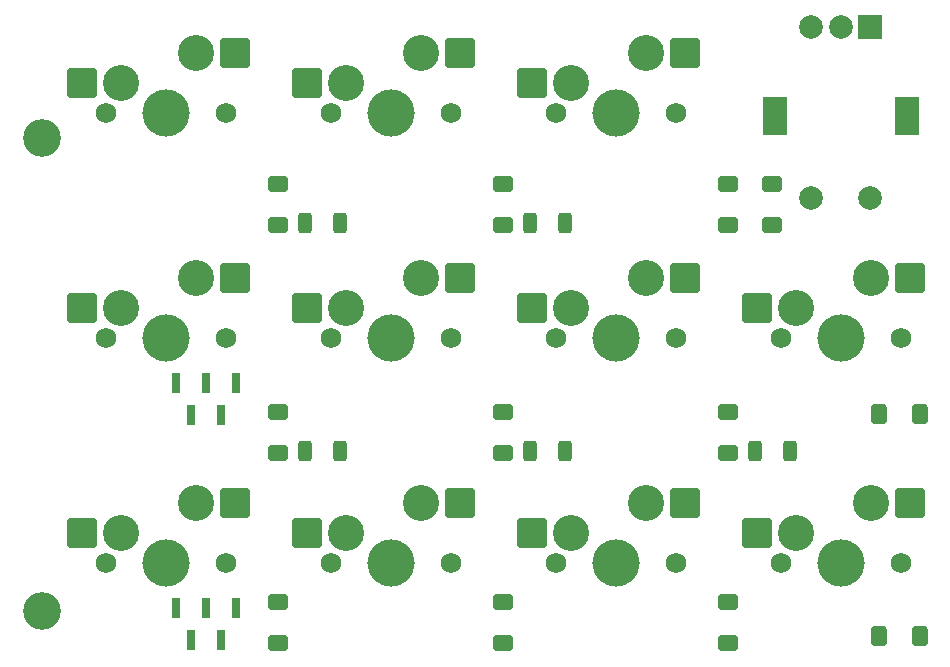
<source format=gbr>
G04 #@! TF.GenerationSoftware,KiCad,Pcbnew,8.0.6*
G04 #@! TF.CreationDate,2024-11-16T10:54:58+01:00*
G04 #@! TF.ProjectId,SwitchPCB,53776974-6368-4504-9342-2e6b69636164,rev?*
G04 #@! TF.SameCoordinates,Original*
G04 #@! TF.FileFunction,Soldermask,Bot*
G04 #@! TF.FilePolarity,Negative*
%FSLAX46Y46*%
G04 Gerber Fmt 4.6, Leading zero omitted, Abs format (unit mm)*
G04 Created by KiCad (PCBNEW 8.0.6) date 2024-11-16 10:54:58*
%MOMM*%
%LPD*%
G01*
G04 APERTURE LIST*
G04 Aperture macros list*
%AMRoundRect*
0 Rectangle with rounded corners*
0 $1 Rounding radius*
0 $2 $3 $4 $5 $6 $7 $8 $9 X,Y pos of 4 corners*
0 Add a 4 corners polygon primitive as box body*
4,1,4,$2,$3,$4,$5,$6,$7,$8,$9,$2,$3,0*
0 Add four circle primitives for the rounded corners*
1,1,$1+$1,$2,$3*
1,1,$1+$1,$4,$5*
1,1,$1+$1,$6,$7*
1,1,$1+$1,$8,$9*
0 Add four rect primitives between the rounded corners*
20,1,$1+$1,$2,$3,$4,$5,0*
20,1,$1+$1,$4,$5,$6,$7,0*
20,1,$1+$1,$6,$7,$8,$9,0*
20,1,$1+$1,$8,$9,$2,$3,0*%
G04 Aperture macros list end*
%ADD10C,1.750000*%
%ADD11C,3.050000*%
%ADD12C,4.000000*%
%ADD13RoundRect,0.250000X-1.025000X-1.000000X1.025000X-1.000000X1.025000X1.000000X-1.025000X1.000000X0*%
%ADD14R,2.000000X2.000000*%
%ADD15C,2.000000*%
%ADD16R,2.000000X3.200000*%
%ADD17C,3.200000*%
%ADD18RoundRect,0.250000X-0.312500X-0.625000X0.312500X-0.625000X0.312500X0.625000X-0.312500X0.625000X0*%
%ADD19RoundRect,0.250000X0.600000X-0.400000X0.600000X0.400000X-0.600000X0.400000X-0.600000X-0.400000X0*%
%ADD20R,0.650000X1.800000*%
%ADD21RoundRect,0.250000X-0.400000X-0.600000X0.400000X-0.600000X0.400000X0.600000X-0.400000X0.600000X0*%
G04 APERTURE END LIST*
D10*
G04 #@! TO.C,SW9*
X148690000Y-98925000D03*
D11*
X149960000Y-96385000D03*
D12*
X153770000Y-98925000D03*
D11*
X156310000Y-93845000D03*
D10*
X158850000Y-98925000D03*
D13*
X146685000Y-96385000D03*
X159612000Y-93845000D03*
G04 #@! TD*
D10*
G04 #@! TO.C,SW11*
X186790000Y-98925000D03*
D11*
X188060000Y-96385000D03*
D12*
X191870000Y-98925000D03*
D11*
X194410000Y-93845000D03*
D10*
X196950000Y-98925000D03*
D13*
X184785000Y-96385000D03*
X197712000Y-93845000D03*
G04 #@! TD*
D10*
G04 #@! TO.C,SW4*
X129640000Y-79875000D03*
D11*
X130910000Y-77335000D03*
D12*
X134720000Y-79875000D03*
D11*
X137260000Y-74795000D03*
D10*
X139800000Y-79875000D03*
D13*
X127635000Y-77335000D03*
X140562000Y-74795000D03*
G04 #@! TD*
D10*
G04 #@! TO.C,SW6*
X167740000Y-79875000D03*
D11*
X169010000Y-77335000D03*
D12*
X172820000Y-79875000D03*
D11*
X175360000Y-74795000D03*
D10*
X177900000Y-79875000D03*
D13*
X165735000Y-77335000D03*
X178662000Y-74795000D03*
G04 #@! TD*
D10*
G04 #@! TO.C,SW5*
X148690000Y-79875000D03*
D11*
X149960000Y-77335000D03*
D12*
X153770000Y-79875000D03*
D11*
X156310000Y-74795000D03*
D10*
X158850000Y-79875000D03*
D13*
X146685000Y-77335000D03*
X159612000Y-74795000D03*
G04 #@! TD*
D10*
G04 #@! TO.C,SW8*
X129640000Y-98925000D03*
D11*
X130910000Y-96385000D03*
D12*
X134720000Y-98925000D03*
D11*
X137260000Y-93845000D03*
D10*
X139800000Y-98925000D03*
D13*
X127635000Y-96385000D03*
X140562000Y-93845000D03*
G04 #@! TD*
D10*
G04 #@! TO.C,SW7*
X186790000Y-79875000D03*
D11*
X188060000Y-77335000D03*
D12*
X191870000Y-79875000D03*
D11*
X194410000Y-74795000D03*
D10*
X196950000Y-79875000D03*
D13*
X184785000Y-77335000D03*
X197712000Y-74795000D03*
G04 #@! TD*
D10*
G04 #@! TO.C,SW10*
X167740000Y-98925000D03*
D11*
X169010000Y-96385000D03*
D12*
X172820000Y-98925000D03*
D11*
X175360000Y-93845000D03*
D10*
X177900000Y-98925000D03*
D13*
X165735000Y-96385000D03*
X178662000Y-93845000D03*
G04 #@! TD*
D10*
G04 #@! TO.C,SW3*
X167740000Y-60825000D03*
D11*
X169010000Y-58285000D03*
D12*
X172820000Y-60825000D03*
D11*
X175360000Y-55745000D03*
D10*
X177900000Y-60825000D03*
D13*
X165735000Y-58285000D03*
X178662000Y-55745000D03*
G04 #@! TD*
D10*
G04 #@! TO.C,SW1*
X129640000Y-60825000D03*
D11*
X130910000Y-58285000D03*
D12*
X134720000Y-60825000D03*
D11*
X137260000Y-55745000D03*
D10*
X139800000Y-60825000D03*
D13*
X127635000Y-58285000D03*
X140562000Y-55745000D03*
G04 #@! TD*
D10*
G04 #@! TO.C,SW2*
X148690000Y-60825000D03*
D11*
X149960000Y-58285000D03*
D12*
X153770000Y-60825000D03*
D11*
X156310000Y-55745000D03*
D10*
X158850000Y-60825000D03*
D13*
X146685000Y-58285000D03*
X159612000Y-55745000D03*
G04 #@! TD*
D14*
G04 #@! TO.C,ROT1*
X194370000Y-53575000D03*
D15*
X189370000Y-53575000D03*
X191870000Y-53575000D03*
D16*
X197470000Y-61075000D03*
X186270000Y-61075000D03*
D15*
X189370000Y-68075000D03*
X194370000Y-68075000D03*
G04 #@! TD*
D17*
G04 #@! TO.C,REF\u002A\u002A*
X124200000Y-103000000D03*
G04 #@! TD*
G04 #@! TO.C,REF\u002A\u002A*
X124200000Y-63000000D03*
G04 #@! TD*
D18*
G04 #@! TO.C,R2*
X165587500Y-70150000D03*
X168512500Y-70150000D03*
G04 #@! TD*
D19*
G04 #@! TO.C,D4*
X186028000Y-70325000D03*
X186028000Y-66825000D03*
G04 #@! TD*
D20*
G04 #@! TO.C,J4*
X135572500Y-102750000D03*
X136842500Y-105450000D03*
X138112500Y-102750000D03*
X139382500Y-105450000D03*
X140652500Y-102750000D03*
G04 #@! TD*
D19*
G04 #@! TO.C,D10*
X163295000Y-105758000D03*
X163295000Y-102258000D03*
G04 #@! TD*
D21*
G04 #@! TO.C,D8*
X195070000Y-86352000D03*
X198570000Y-86352000D03*
G04 #@! TD*
D19*
G04 #@! TO.C,D9*
X144245000Y-105758000D03*
X144245000Y-102258000D03*
G04 #@! TD*
D18*
G04 #@! TO.C,R5*
X165587500Y-89450000D03*
X168512500Y-89450000D03*
G04 #@! TD*
D19*
G04 #@! TO.C,D11*
X182345000Y-105758000D03*
X182345000Y-102258000D03*
G04 #@! TD*
D18*
G04 #@! TO.C,R4*
X146537500Y-89450000D03*
X149462500Y-89450000D03*
G04 #@! TD*
D19*
G04 #@! TO.C,D3*
X182345000Y-70322000D03*
X182345000Y-66822000D03*
G04 #@! TD*
G04 #@! TO.C,D7*
X182345000Y-89626000D03*
X182345000Y-86126000D03*
G04 #@! TD*
D18*
G04 #@! TO.C,R1*
X146537500Y-70150000D03*
X149462500Y-70150000D03*
G04 #@! TD*
D19*
G04 #@! TO.C,D5*
X144245000Y-89626000D03*
X144245000Y-86126000D03*
G04 #@! TD*
D20*
G04 #@! TO.C,J3*
X135572500Y-83700000D03*
X136842500Y-86400000D03*
X138112500Y-83700000D03*
X139382500Y-86400000D03*
X140652500Y-83700000D03*
G04 #@! TD*
D18*
G04 #@! TO.C,R6*
X184637500Y-89450000D03*
X187562500Y-89450000D03*
G04 #@! TD*
D19*
G04 #@! TO.C,D2*
X163295000Y-70322000D03*
X163295000Y-66822000D03*
G04 #@! TD*
D21*
G04 #@! TO.C,D12*
X195070000Y-105148000D03*
X198570000Y-105148000D03*
G04 #@! TD*
D19*
G04 #@! TO.C,D1*
X144245000Y-70322000D03*
X144245000Y-66822000D03*
G04 #@! TD*
G04 #@! TO.C,D6*
X163295000Y-89626000D03*
X163295000Y-86126000D03*
G04 #@! TD*
M02*

</source>
